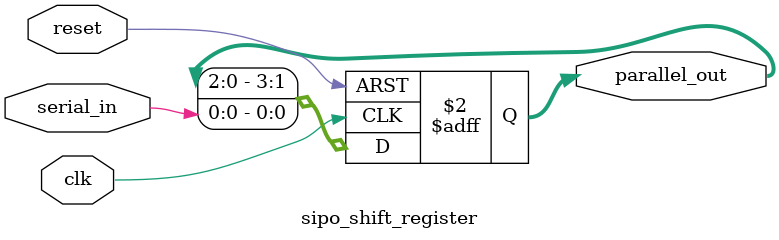
<source format=v>
`timescale 1ns / 1ps

module sipo_shift_register (
    input clk,
    input reset,
    input serial_in,
    output reg [3:0] parallel_out
);

    always @(posedge clk or posedge reset) begin
        if (reset)
            parallel_out <= 4'b0000;
        else
            parallel_out <= {parallel_out[2:0], serial_in};  // Left shift
    end

endmodule

</source>
